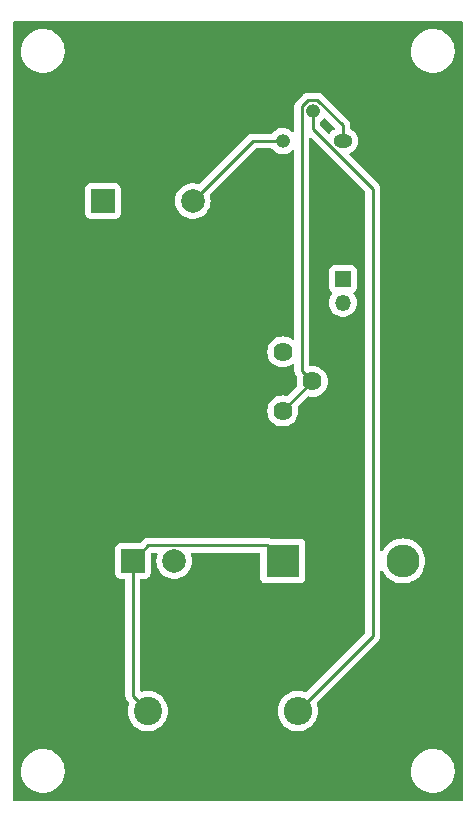
<source format=gbr>
%TF.GenerationSoftware,KiCad,Pcbnew,7.0.7*%
%TF.CreationDate,2024-02-26T23:05:05+05:30*%
%TF.ProjectId,ABC,4142432e-6b69-4636-9164-5f7063625858,v01*%
%TF.SameCoordinates,Original*%
%TF.FileFunction,Copper,L2,Bot*%
%TF.FilePolarity,Positive*%
%FSLAX46Y46*%
G04 Gerber Fmt 4.6, Leading zero omitted, Abs format (unit mm)*
G04 Created by KiCad (PCBNEW 7.0.7) date 2024-02-26 23:05:05*
%MOMM*%
%LPD*%
G01*
G04 APERTURE LIST*
%TA.AperFunction,ComponentPad*%
%ADD10R,1.350000X1.350000*%
%TD*%
%TA.AperFunction,ComponentPad*%
%ADD11O,1.350000X1.350000*%
%TD*%
%TA.AperFunction,ComponentPad*%
%ADD12C,1.620000*%
%TD*%
%TA.AperFunction,ComponentPad*%
%ADD13C,2.400000*%
%TD*%
%TA.AperFunction,ComponentPad*%
%ADD14O,2.400000X2.400000*%
%TD*%
%TA.AperFunction,ComponentPad*%
%ADD15O,1.200000X1.200000*%
%TD*%
%TA.AperFunction,ComponentPad*%
%ADD16O,1.600000X1.200000*%
%TD*%
%TA.AperFunction,ComponentPad*%
%ADD17R,2.800000X2.800000*%
%TD*%
%TA.AperFunction,ComponentPad*%
%ADD18O,2.800000X2.800000*%
%TD*%
%TA.AperFunction,ComponentPad*%
%ADD19R,2.000000X2.000000*%
%TD*%
%TA.AperFunction,ComponentPad*%
%ADD20C,2.000000*%
%TD*%
%TA.AperFunction,Conductor*%
%ADD21C,0.250000*%
%TD*%
G04 APERTURE END LIST*
D10*
%TO.P,TH1,1*%
%TO.N,Net-(BZ1--)*%
X127000000Y-108220000D03*
D11*
%TO.P,TH1,2*%
%TO.N,Net-(D1-A)*%
X127000000Y-110220000D03*
%TD*%
D12*
%TO.P,RV1,1,1*%
%TO.N,Net-(D1-A)*%
X121920000Y-114380000D03*
%TO.P,RV1,2,2*%
%TO.N,Net-(J1-Pin_2)*%
X124420000Y-116880000D03*
%TO.P,RV1,3,3*%
X121920000Y-119380000D03*
%TD*%
D13*
%TO.P,R1,1*%
%TO.N,Net-(D1-K)*%
X110490000Y-144780000D03*
D14*
%TO.P,R1,2*%
%TO.N,Net-(Q1-B)*%
X123190000Y-144780000D03*
%TD*%
D15*
%TO.P,Q1,3,C*%
%TO.N,Net-(BZ1-+)*%
X121920000Y-96520000D03*
%TO.P,Q1,2,B*%
%TO.N,Net-(Q1-B)*%
X124460000Y-93980000D03*
D16*
%TO.P,Q1,1,E*%
%TO.N,Net-(J1-Pin_2)*%
X127000000Y-96520000D03*
%TD*%
D17*
%TO.P,D1,1,K*%
%TO.N,Net-(D1-K)*%
X121920000Y-132080000D03*
D18*
%TO.P,D1,2,A*%
%TO.N,Net-(D1-A)*%
X132080000Y-132080000D03*
%TD*%
D19*
%TO.P,C1,1*%
%TO.N,Net-(D1-K)*%
X109220000Y-132080000D03*
D20*
%TO.P,C1,2*%
%TO.N,Net-(J1-Pin_2)*%
X112720000Y-132080000D03*
%TD*%
D19*
%TO.P,BZ1,1,-*%
%TO.N,Net-(BZ1--)*%
X106700000Y-101600000D03*
D20*
%TO.P,BZ1,2,+*%
%TO.N,Net-(BZ1-+)*%
X114300000Y-101600000D03*
%TD*%
D21*
%TO.N,Net-(J1-Pin_2)*%
X121920000Y-119380000D02*
X124420000Y-116880000D01*
X124076852Y-93055000D02*
X123535000Y-93596852D01*
X124843148Y-93055000D02*
X124076852Y-93055000D01*
X123535000Y-93596852D02*
X123535000Y-115995000D01*
X127000000Y-95211852D02*
X124843148Y-93055000D01*
X123535000Y-115995000D02*
X124420000Y-116880000D01*
X127000000Y-96520000D02*
X127000000Y-95211852D01*
%TO.N,Net-(Q1-B)*%
X124460000Y-95488148D02*
X124460000Y-93980000D01*
X129540000Y-100568148D02*
X124460000Y-95488148D01*
X129540000Y-138430000D02*
X129540000Y-100568148D01*
X123190000Y-144780000D02*
X129540000Y-138430000D01*
%TO.N,Net-(D1-K)*%
X120595000Y-130755000D02*
X121920000Y-132080000D01*
X110545000Y-130755000D02*
X120595000Y-130755000D01*
X109220000Y-132080000D02*
X110545000Y-130755000D01*
X109220000Y-143510000D02*
X110490000Y-144780000D01*
X109220000Y-132080000D02*
X109220000Y-143510000D01*
%TO.N,Net-(BZ1-+)*%
X119380000Y-96520000D02*
X121920000Y-96520000D01*
X114300000Y-101600000D02*
X119380000Y-96520000D01*
%TD*%
%TA.AperFunction,NonConductor*%
G36*
X137102539Y-86380185D02*
G01*
X137148294Y-86432989D01*
X137159500Y-86484500D01*
X137159500Y-152275500D01*
X137139815Y-152342539D01*
X137087011Y-152388294D01*
X137035500Y-152399500D01*
X99184500Y-152399500D01*
X99117461Y-152379815D01*
X99071706Y-152327011D01*
X99060500Y-152275500D01*
X99060500Y-149927763D01*
X99745787Y-149927763D01*
X99775413Y-150197013D01*
X99775415Y-150197024D01*
X99843926Y-150459082D01*
X99843928Y-150459088D01*
X99949870Y-150708390D01*
X100021998Y-150826575D01*
X100090979Y-150939605D01*
X100090986Y-150939615D01*
X100264253Y-151147819D01*
X100264259Y-151147824D01*
X100465998Y-151328582D01*
X100691910Y-151478044D01*
X100937176Y-151593020D01*
X100937183Y-151593022D01*
X100937185Y-151593023D01*
X101196557Y-151671057D01*
X101196564Y-151671058D01*
X101196569Y-151671060D01*
X101464561Y-151710500D01*
X101464566Y-151710500D01*
X101667636Y-151710500D01*
X101719133Y-151706730D01*
X101870156Y-151695677D01*
X101982758Y-151670593D01*
X102134546Y-151636782D01*
X102134548Y-151636781D01*
X102134553Y-151636780D01*
X102387558Y-151540014D01*
X102623777Y-151407441D01*
X102838177Y-151241888D01*
X103026186Y-151046881D01*
X103183799Y-150826579D01*
X103257787Y-150682669D01*
X103307649Y-150585690D01*
X103307651Y-150585684D01*
X103307656Y-150585675D01*
X103395118Y-150329305D01*
X103444319Y-150062933D01*
X103449259Y-149927763D01*
X132765787Y-149927763D01*
X132795413Y-150197013D01*
X132795415Y-150197024D01*
X132863926Y-150459082D01*
X132863928Y-150459088D01*
X132969870Y-150708390D01*
X133041998Y-150826575D01*
X133110979Y-150939605D01*
X133110986Y-150939615D01*
X133284253Y-151147819D01*
X133284259Y-151147824D01*
X133485998Y-151328582D01*
X133711910Y-151478044D01*
X133957176Y-151593020D01*
X133957183Y-151593022D01*
X133957185Y-151593023D01*
X134216557Y-151671057D01*
X134216564Y-151671058D01*
X134216569Y-151671060D01*
X134484561Y-151710500D01*
X134484566Y-151710500D01*
X134687636Y-151710500D01*
X134739133Y-151706730D01*
X134890156Y-151695677D01*
X135002758Y-151670593D01*
X135154546Y-151636782D01*
X135154548Y-151636781D01*
X135154553Y-151636780D01*
X135407558Y-151540014D01*
X135643777Y-151407441D01*
X135858177Y-151241888D01*
X136046186Y-151046881D01*
X136203799Y-150826579D01*
X136277787Y-150682669D01*
X136327649Y-150585690D01*
X136327651Y-150585684D01*
X136327656Y-150585675D01*
X136415118Y-150329305D01*
X136464319Y-150062933D01*
X136474212Y-149792235D01*
X136444586Y-149522982D01*
X136376072Y-149260912D01*
X136270130Y-149011610D01*
X136129018Y-148780390D01*
X136039747Y-148673119D01*
X135955746Y-148572180D01*
X135955740Y-148572175D01*
X135754002Y-148391418D01*
X135528092Y-148241957D01*
X135528090Y-148241956D01*
X135282824Y-148126980D01*
X135282819Y-148126978D01*
X135282814Y-148126976D01*
X135023442Y-148048942D01*
X135023428Y-148048939D01*
X134907791Y-148031921D01*
X134755439Y-148009500D01*
X134552369Y-148009500D01*
X134552364Y-148009500D01*
X134349844Y-148024323D01*
X134349831Y-148024325D01*
X134085453Y-148083217D01*
X134085446Y-148083220D01*
X133832439Y-148179987D01*
X133596226Y-148312557D01*
X133381822Y-148478112D01*
X133193822Y-148673109D01*
X133193816Y-148673116D01*
X133036202Y-148893419D01*
X133036199Y-148893424D01*
X132912350Y-149134309D01*
X132912343Y-149134327D01*
X132824884Y-149390685D01*
X132824881Y-149390699D01*
X132775681Y-149657068D01*
X132775680Y-149657075D01*
X132765787Y-149927763D01*
X103449259Y-149927763D01*
X103454212Y-149792235D01*
X103424586Y-149522982D01*
X103356072Y-149260912D01*
X103250130Y-149011610D01*
X103109018Y-148780390D01*
X103019747Y-148673119D01*
X102935746Y-148572180D01*
X102935740Y-148572175D01*
X102734002Y-148391418D01*
X102508092Y-148241957D01*
X102508090Y-148241956D01*
X102262824Y-148126980D01*
X102262819Y-148126978D01*
X102262814Y-148126976D01*
X102003442Y-148048942D01*
X102003428Y-148048939D01*
X101887791Y-148031921D01*
X101735439Y-148009500D01*
X101532369Y-148009500D01*
X101532364Y-148009500D01*
X101329844Y-148024323D01*
X101329831Y-148024325D01*
X101065453Y-148083217D01*
X101065446Y-148083220D01*
X100812439Y-148179987D01*
X100576226Y-148312557D01*
X100361822Y-148478112D01*
X100173822Y-148673109D01*
X100173816Y-148673116D01*
X100016202Y-148893419D01*
X100016199Y-148893424D01*
X99892350Y-149134309D01*
X99892343Y-149134327D01*
X99804884Y-149390685D01*
X99804881Y-149390699D01*
X99755681Y-149657068D01*
X99755680Y-149657075D01*
X99745787Y-149927763D01*
X99060500Y-149927763D01*
X99060500Y-133127870D01*
X107719500Y-133127870D01*
X107719501Y-133127876D01*
X107725908Y-133187483D01*
X107776202Y-133322328D01*
X107776206Y-133322335D01*
X107862452Y-133437544D01*
X107862455Y-133437547D01*
X107977664Y-133523793D01*
X107977671Y-133523797D01*
X108019961Y-133539570D01*
X108112517Y-133574091D01*
X108172127Y-133580500D01*
X108470500Y-133580499D01*
X108537539Y-133600183D01*
X108583294Y-133652987D01*
X108594500Y-133704499D01*
X108594500Y-143427255D01*
X108592775Y-143442872D01*
X108593061Y-143442899D01*
X108592326Y-143450665D01*
X108594500Y-143519814D01*
X108594500Y-143549343D01*
X108594501Y-143549360D01*
X108595368Y-143556231D01*
X108595826Y-143562050D01*
X108597290Y-143608624D01*
X108597291Y-143608627D01*
X108602880Y-143627867D01*
X108606824Y-143646911D01*
X108609336Y-143666791D01*
X108626490Y-143710119D01*
X108628382Y-143715647D01*
X108641381Y-143760388D01*
X108651580Y-143777634D01*
X108660138Y-143795103D01*
X108667514Y-143813732D01*
X108694898Y-143851423D01*
X108698106Y-143856307D01*
X108721827Y-143896416D01*
X108721833Y-143896424D01*
X108735990Y-143910580D01*
X108748628Y-143925376D01*
X108760405Y-143941586D01*
X108760406Y-143941587D01*
X108796309Y-143971288D01*
X108800620Y-143975210D01*
X108865519Y-144040109D01*
X108871370Y-144045960D01*
X108904855Y-144107283D01*
X108899871Y-144176975D01*
X108899118Y-144178942D01*
X108860491Y-144277362D01*
X108803777Y-144525845D01*
X108784732Y-144779995D01*
X108784732Y-144780004D01*
X108803777Y-145034154D01*
X108803778Y-145034157D01*
X108860492Y-145282637D01*
X108953607Y-145519888D01*
X109081041Y-145740612D01*
X109239950Y-145939877D01*
X109426783Y-146113232D01*
X109637366Y-146256805D01*
X109637371Y-146256807D01*
X109637372Y-146256808D01*
X109637373Y-146256809D01*
X109759328Y-146315538D01*
X109866992Y-146367387D01*
X109866993Y-146367387D01*
X109866996Y-146367389D01*
X110110542Y-146442513D01*
X110362565Y-146480500D01*
X110617435Y-146480500D01*
X110869458Y-146442513D01*
X111113004Y-146367389D01*
X111342634Y-146256805D01*
X111553217Y-146113232D01*
X111740050Y-145939877D01*
X111898959Y-145740612D01*
X112026393Y-145519888D01*
X112119508Y-145282637D01*
X112176222Y-145034157D01*
X112195268Y-144780000D01*
X112176222Y-144525843D01*
X112119508Y-144277363D01*
X112026393Y-144040112D01*
X111898959Y-143819388D01*
X111740050Y-143620123D01*
X111553217Y-143446768D01*
X111342634Y-143303195D01*
X111342630Y-143303193D01*
X111342627Y-143303191D01*
X111342626Y-143303190D01*
X111113006Y-143192612D01*
X111113008Y-143192612D01*
X110869466Y-143117489D01*
X110869462Y-143117488D01*
X110869458Y-143117487D01*
X110748231Y-143099214D01*
X110617440Y-143079500D01*
X110617435Y-143079500D01*
X110362565Y-143079500D01*
X110362559Y-143079500D01*
X110205609Y-143103157D01*
X110110542Y-143117487D01*
X110110538Y-143117488D01*
X110110539Y-143117488D01*
X110110529Y-143117490D01*
X110006049Y-143149718D01*
X109936186Y-143150668D01*
X109876900Y-143113697D01*
X109847013Y-143050541D01*
X109845500Y-143031227D01*
X109845500Y-133704499D01*
X109865185Y-133637460D01*
X109917989Y-133591705D01*
X109969500Y-133580499D01*
X110267871Y-133580499D01*
X110267872Y-133580499D01*
X110327483Y-133574091D01*
X110462331Y-133523796D01*
X110577546Y-133437546D01*
X110663796Y-133322331D01*
X110714091Y-133187483D01*
X110720500Y-133127873D01*
X110720499Y-131515453D01*
X110740184Y-131448415D01*
X110756822Y-131427769D01*
X110767777Y-131416815D01*
X110829101Y-131383333D01*
X110855454Y-131380500D01*
X111198527Y-131380500D01*
X111265566Y-131400185D01*
X111311321Y-131452989D01*
X111321265Y-131522147D01*
X111312083Y-131554307D01*
X111298997Y-131584142D01*
X111295936Y-131591121D01*
X111234892Y-131832175D01*
X111234890Y-131832187D01*
X111214357Y-132079994D01*
X111214357Y-132080005D01*
X111234890Y-132327812D01*
X111234892Y-132327824D01*
X111295936Y-132568881D01*
X111395826Y-132796606D01*
X111531833Y-133004782D01*
X111531836Y-133004785D01*
X111700256Y-133187738D01*
X111896491Y-133340474D01*
X112115190Y-133458828D01*
X112350386Y-133539571D01*
X112595665Y-133580500D01*
X112844335Y-133580500D01*
X113089614Y-133539571D01*
X113324810Y-133458828D01*
X113543509Y-133340474D01*
X113739744Y-133187738D01*
X113908164Y-133004785D01*
X114044173Y-132796607D01*
X114144063Y-132568881D01*
X114205108Y-132327821D01*
X114225643Y-132080000D01*
X114205108Y-131832179D01*
X114144063Y-131591119D01*
X114127916Y-131554309D01*
X114119014Y-131485011D01*
X114148991Y-131421898D01*
X114208330Y-131385011D01*
X114241473Y-131380500D01*
X119895500Y-131380500D01*
X119962539Y-131400185D01*
X120008294Y-131452989D01*
X120019500Y-131504500D01*
X120019500Y-133527870D01*
X120019501Y-133527876D01*
X120025908Y-133587483D01*
X120076202Y-133722328D01*
X120076206Y-133722335D01*
X120162452Y-133837544D01*
X120162455Y-133837547D01*
X120277664Y-133923793D01*
X120277671Y-133923797D01*
X120412517Y-133974091D01*
X120412516Y-133974091D01*
X120419444Y-133974835D01*
X120472127Y-133980500D01*
X123367872Y-133980499D01*
X123427483Y-133974091D01*
X123562331Y-133923796D01*
X123677546Y-133837546D01*
X123763796Y-133722331D01*
X123814091Y-133587483D01*
X123820500Y-133527873D01*
X123820499Y-130632128D01*
X123814091Y-130572517D01*
X123803149Y-130543181D01*
X123763797Y-130437671D01*
X123763793Y-130437664D01*
X123677547Y-130322455D01*
X123677544Y-130322452D01*
X123562335Y-130236206D01*
X123562328Y-130236202D01*
X123427482Y-130185908D01*
X123427483Y-130185908D01*
X123367883Y-130179501D01*
X123367881Y-130179500D01*
X123367873Y-130179500D01*
X123367865Y-130179500D01*
X120877763Y-130179500D01*
X120832117Y-130170793D01*
X120827089Y-130168802D01*
X120807692Y-130163822D01*
X120789281Y-130157518D01*
X120770898Y-130149562D01*
X120770892Y-130149560D01*
X120724874Y-130142272D01*
X120719152Y-130141087D01*
X120674021Y-130129500D01*
X120674019Y-130129500D01*
X120653984Y-130129500D01*
X120634586Y-130127973D01*
X120627162Y-130126797D01*
X120614805Y-130124840D01*
X120614804Y-130124840D01*
X120568416Y-130129225D01*
X120562578Y-130129500D01*
X110627743Y-130129500D01*
X110612122Y-130127775D01*
X110612096Y-130128061D01*
X110604334Y-130127327D01*
X110604333Y-130127327D01*
X110535186Y-130129500D01*
X110505649Y-130129500D01*
X110498766Y-130130369D01*
X110492949Y-130130826D01*
X110446373Y-130132290D01*
X110427129Y-130137881D01*
X110408079Y-130141825D01*
X110388211Y-130144334D01*
X110344884Y-130161488D01*
X110339358Y-130163379D01*
X110294614Y-130176379D01*
X110294610Y-130176381D01*
X110277366Y-130186579D01*
X110259905Y-130195133D01*
X110241274Y-130202510D01*
X110241262Y-130202517D01*
X110203570Y-130229902D01*
X110198687Y-130233109D01*
X110158580Y-130256829D01*
X110144414Y-130270995D01*
X110129624Y-130283627D01*
X110113414Y-130295404D01*
X110113411Y-130295407D01*
X110083710Y-130331309D01*
X110079777Y-130335631D01*
X109872227Y-130543181D01*
X109810904Y-130576666D01*
X109784546Y-130579500D01*
X108172129Y-130579500D01*
X108172123Y-130579501D01*
X108112516Y-130585908D01*
X107977671Y-130636202D01*
X107977664Y-130636206D01*
X107862455Y-130722452D01*
X107862452Y-130722455D01*
X107776206Y-130837664D01*
X107776202Y-130837671D01*
X107725908Y-130972517D01*
X107719501Y-131032116D01*
X107719500Y-131032135D01*
X107719500Y-133127870D01*
X99060500Y-133127870D01*
X99060500Y-102647870D01*
X105199500Y-102647870D01*
X105199501Y-102647876D01*
X105205908Y-102707483D01*
X105256202Y-102842328D01*
X105256206Y-102842335D01*
X105342452Y-102957544D01*
X105342455Y-102957547D01*
X105457664Y-103043793D01*
X105457671Y-103043797D01*
X105592517Y-103094091D01*
X105592516Y-103094091D01*
X105599444Y-103094835D01*
X105652127Y-103100500D01*
X107747872Y-103100499D01*
X107807483Y-103094091D01*
X107942331Y-103043796D01*
X108057546Y-102957546D01*
X108143796Y-102842331D01*
X108194091Y-102707483D01*
X108200500Y-102647873D01*
X108200500Y-101600005D01*
X112794357Y-101600005D01*
X112814890Y-101847812D01*
X112814892Y-101847824D01*
X112875936Y-102088881D01*
X112975826Y-102316606D01*
X113111833Y-102524782D01*
X113111836Y-102524785D01*
X113280256Y-102707738D01*
X113476491Y-102860474D01*
X113695190Y-102978828D01*
X113930386Y-103059571D01*
X114175665Y-103100500D01*
X114424335Y-103100500D01*
X114669614Y-103059571D01*
X114904810Y-102978828D01*
X115123509Y-102860474D01*
X115319744Y-102707738D01*
X115488164Y-102524785D01*
X115624173Y-102316607D01*
X115724063Y-102088881D01*
X115785108Y-101847821D01*
X115805643Y-101600000D01*
X115785108Y-101352179D01*
X115731136Y-101139049D01*
X115733760Y-101069230D01*
X115763658Y-101020930D01*
X119602771Y-97181819D01*
X119664095Y-97148334D01*
X119690453Y-97145500D01*
X120951567Y-97145500D01*
X121018606Y-97165185D01*
X121050521Y-97194773D01*
X121103237Y-97264581D01*
X121253958Y-97401980D01*
X121253960Y-97401982D01*
X121331525Y-97450008D01*
X121427363Y-97509348D01*
X121617544Y-97583024D01*
X121818024Y-97620500D01*
X121818026Y-97620500D01*
X122021974Y-97620500D01*
X122021976Y-97620500D01*
X122222456Y-97583024D01*
X122412637Y-97509348D01*
X122586041Y-97401981D01*
X122701962Y-97296304D01*
X122764766Y-97265688D01*
X122834153Y-97273885D01*
X122888093Y-97318295D01*
X122909461Y-97384817D01*
X122909500Y-97387942D01*
X122909500Y-113234828D01*
X122889815Y-113301867D01*
X122837011Y-113347622D01*
X122767853Y-113357566D01*
X122714376Y-113336403D01*
X122577753Y-113240738D01*
X122369930Y-113143829D01*
X122369927Y-113143828D01*
X122369925Y-113143827D01*
X122148436Y-113084479D01*
X122148429Y-113084478D01*
X121920002Y-113064494D01*
X121919998Y-113064494D01*
X121691570Y-113084478D01*
X121691563Y-113084479D01*
X121470074Y-113143827D01*
X121470070Y-113143829D01*
X121262247Y-113240738D01*
X121074409Y-113372264D01*
X121074407Y-113372265D01*
X121074404Y-113372268D01*
X120912268Y-113534404D01*
X120780738Y-113722247D01*
X120683830Y-113930068D01*
X120683827Y-113930074D01*
X120624479Y-114151563D01*
X120624478Y-114151570D01*
X120604494Y-114379997D01*
X120604494Y-114380002D01*
X120624478Y-114608429D01*
X120624479Y-114608436D01*
X120683827Y-114829925D01*
X120683828Y-114829927D01*
X120683829Y-114829930D01*
X120780738Y-115037753D01*
X120912264Y-115225591D01*
X121074409Y-115387736D01*
X121262247Y-115519262D01*
X121470070Y-115616171D01*
X121691565Y-115675521D01*
X121854732Y-115689796D01*
X121919998Y-115695506D01*
X121920000Y-115695506D01*
X121920002Y-115695506D01*
X121977108Y-115690509D01*
X122148435Y-115675521D01*
X122369930Y-115616171D01*
X122577753Y-115519262D01*
X122714376Y-115423596D01*
X122780582Y-115401269D01*
X122848349Y-115418279D01*
X122896163Y-115469226D01*
X122909500Y-115525171D01*
X122909500Y-115912255D01*
X122907775Y-115927872D01*
X122908061Y-115927899D01*
X122907326Y-115935665D01*
X122909500Y-116004814D01*
X122909500Y-116034343D01*
X122909501Y-116034360D01*
X122910368Y-116041231D01*
X122910826Y-116047050D01*
X122912290Y-116093624D01*
X122912291Y-116093627D01*
X122917880Y-116112867D01*
X122921824Y-116131911D01*
X122924336Y-116151791D01*
X122941490Y-116195119D01*
X122943382Y-116200647D01*
X122956381Y-116245388D01*
X122966580Y-116262634D01*
X122975138Y-116280103D01*
X122982514Y-116298732D01*
X123009898Y-116336423D01*
X123013106Y-116341307D01*
X123036827Y-116381416D01*
X123036833Y-116381424D01*
X123050990Y-116395580D01*
X123063627Y-116410375D01*
X123075406Y-116426587D01*
X123103581Y-116449895D01*
X123142689Y-116507795D01*
X123144316Y-116577532D01*
X123124479Y-116651562D01*
X123124479Y-116651566D01*
X123104494Y-116879997D01*
X123104494Y-116880002D01*
X123124478Y-117108429D01*
X123124481Y-117108443D01*
X123144515Y-117183214D01*
X123142852Y-117253063D01*
X123112421Y-117302987D01*
X122342987Y-118072421D01*
X122281664Y-118105906D01*
X122223214Y-118104515D01*
X122148443Y-118084481D01*
X122148440Y-118084480D01*
X122148435Y-118084479D01*
X122148432Y-118084478D01*
X122148429Y-118084478D01*
X121920002Y-118064494D01*
X121919998Y-118064494D01*
X121691570Y-118084478D01*
X121691563Y-118084479D01*
X121470074Y-118143827D01*
X121470070Y-118143829D01*
X121262247Y-118240738D01*
X121074409Y-118372264D01*
X121074407Y-118372265D01*
X121074404Y-118372268D01*
X120912268Y-118534404D01*
X120780738Y-118722247D01*
X120683830Y-118930068D01*
X120683827Y-118930074D01*
X120624479Y-119151563D01*
X120624478Y-119151570D01*
X120604494Y-119379997D01*
X120604494Y-119380002D01*
X120624478Y-119608429D01*
X120624479Y-119608436D01*
X120683827Y-119829925D01*
X120683828Y-119829927D01*
X120683829Y-119829930D01*
X120780738Y-120037753D01*
X120912264Y-120225591D01*
X121074409Y-120387736D01*
X121262247Y-120519262D01*
X121470070Y-120616171D01*
X121691565Y-120675521D01*
X121854732Y-120689796D01*
X121919998Y-120695506D01*
X121920000Y-120695506D01*
X121920002Y-120695506D01*
X121977108Y-120690509D01*
X122148435Y-120675521D01*
X122369930Y-120616171D01*
X122577753Y-120519262D01*
X122765591Y-120387736D01*
X122927736Y-120225591D01*
X123059262Y-120037753D01*
X123156171Y-119829930D01*
X123215521Y-119608435D01*
X123235506Y-119380000D01*
X123215521Y-119151565D01*
X123195483Y-119076787D01*
X123197146Y-119006937D01*
X123227575Y-118957013D01*
X123997013Y-118187575D01*
X124058334Y-118154092D01*
X124116787Y-118155484D01*
X124191557Y-118175519D01*
X124191558Y-118175519D01*
X124191565Y-118175521D01*
X124385980Y-118192529D01*
X124419998Y-118195506D01*
X124420000Y-118195506D01*
X124420002Y-118195506D01*
X124477108Y-118190509D01*
X124648435Y-118175521D01*
X124869930Y-118116171D01*
X125077753Y-118019262D01*
X125265591Y-117887736D01*
X125427736Y-117725591D01*
X125559262Y-117537753D01*
X125656171Y-117329930D01*
X125715521Y-117108435D01*
X125735506Y-116880000D01*
X125715521Y-116651565D01*
X125656171Y-116430070D01*
X125559262Y-116222247D01*
X125427736Y-116034409D01*
X125265591Y-115872264D01*
X125077753Y-115740738D01*
X124869930Y-115643829D01*
X124869927Y-115643828D01*
X124869925Y-115643827D01*
X124648436Y-115584479D01*
X124648429Y-115584478D01*
X124420002Y-115564494D01*
X124419997Y-115564494D01*
X124295306Y-115575402D01*
X124226806Y-115561635D01*
X124176624Y-115513019D01*
X124160500Y-115451874D01*
X124160500Y-110220000D01*
X125819464Y-110220000D01*
X125839564Y-110436918D01*
X125839564Y-110436920D01*
X125839565Y-110436923D01*
X125899183Y-110646459D01*
X125996288Y-110841472D01*
X126127573Y-111015322D01*
X126288568Y-111162088D01*
X126288575Y-111162092D01*
X126288576Y-111162093D01*
X126473786Y-111276770D01*
X126473792Y-111276773D01*
X126496664Y-111285633D01*
X126676931Y-111355470D01*
X126891074Y-111395500D01*
X126891076Y-111395500D01*
X127108924Y-111395500D01*
X127108926Y-111395500D01*
X127323069Y-111355470D01*
X127526210Y-111276772D01*
X127711432Y-111162088D01*
X127872427Y-111015322D01*
X128003712Y-110841472D01*
X128100817Y-110646459D01*
X128160435Y-110436923D01*
X128180536Y-110220000D01*
X128160435Y-110003077D01*
X128100817Y-109793541D01*
X128003712Y-109598528D01*
X127922251Y-109490656D01*
X127897560Y-109425297D01*
X127912125Y-109356962D01*
X127946895Y-109316665D01*
X127994545Y-109280993D01*
X128032546Y-109252546D01*
X128118796Y-109137331D01*
X128169091Y-109002483D01*
X128175500Y-108942873D01*
X128175499Y-107497128D01*
X128169091Y-107437517D01*
X128118796Y-107302669D01*
X128118795Y-107302668D01*
X128118793Y-107302664D01*
X128032547Y-107187455D01*
X128032544Y-107187452D01*
X127917335Y-107101206D01*
X127917328Y-107101202D01*
X127782482Y-107050908D01*
X127782483Y-107050908D01*
X127722883Y-107044501D01*
X127722881Y-107044500D01*
X127722873Y-107044500D01*
X127722864Y-107044500D01*
X126277129Y-107044500D01*
X126277123Y-107044501D01*
X126217516Y-107050908D01*
X126082671Y-107101202D01*
X126082664Y-107101206D01*
X125967455Y-107187452D01*
X125967452Y-107187455D01*
X125881206Y-107302664D01*
X125881202Y-107302671D01*
X125830908Y-107437517D01*
X125824501Y-107497116D01*
X125824501Y-107497123D01*
X125824500Y-107497135D01*
X125824500Y-108942870D01*
X125824501Y-108942876D01*
X125830908Y-109002483D01*
X125881202Y-109137328D01*
X125881206Y-109137335D01*
X125950358Y-109229709D01*
X125967454Y-109252546D01*
X126053105Y-109316664D01*
X126094975Y-109372597D01*
X126099959Y-109442289D01*
X126077748Y-109490656D01*
X125996288Y-109598528D01*
X125899184Y-109793537D01*
X125839564Y-110003081D01*
X125819464Y-110219999D01*
X125819464Y-110220000D01*
X124160500Y-110220000D01*
X124160500Y-96372600D01*
X124180185Y-96305561D01*
X124232989Y-96259806D01*
X124302147Y-96249862D01*
X124365703Y-96278887D01*
X124372180Y-96284918D01*
X128878181Y-100790920D01*
X128911665Y-100852241D01*
X128914499Y-100878599D01*
X128914499Y-138119546D01*
X128894814Y-138186585D01*
X128878180Y-138207227D01*
X123926819Y-143158588D01*
X123865496Y-143192073D01*
X123802588Y-143189398D01*
X123569466Y-143117489D01*
X123569462Y-143117488D01*
X123569458Y-143117487D01*
X123448231Y-143099214D01*
X123317440Y-143079500D01*
X123317435Y-143079500D01*
X123062565Y-143079500D01*
X123062559Y-143079500D01*
X122905609Y-143103157D01*
X122810542Y-143117487D01*
X122810538Y-143117488D01*
X122810539Y-143117488D01*
X122810533Y-143117489D01*
X122566992Y-143192612D01*
X122337373Y-143303190D01*
X122337372Y-143303191D01*
X122126782Y-143446768D01*
X121939952Y-143620121D01*
X121939950Y-143620123D01*
X121781041Y-143819388D01*
X121653608Y-144040109D01*
X121560492Y-144277362D01*
X121560490Y-144277369D01*
X121503777Y-144525845D01*
X121484732Y-144779995D01*
X121484732Y-144780004D01*
X121503777Y-145034154D01*
X121503778Y-145034157D01*
X121560492Y-145282637D01*
X121653607Y-145519888D01*
X121781041Y-145740612D01*
X121939950Y-145939877D01*
X122126783Y-146113232D01*
X122337366Y-146256805D01*
X122337371Y-146256807D01*
X122337372Y-146256808D01*
X122337373Y-146256809D01*
X122459328Y-146315538D01*
X122566992Y-146367387D01*
X122566993Y-146367387D01*
X122566996Y-146367389D01*
X122810542Y-146442513D01*
X123062565Y-146480500D01*
X123317435Y-146480500D01*
X123569458Y-146442513D01*
X123813004Y-146367389D01*
X124042634Y-146256805D01*
X124253217Y-146113232D01*
X124440050Y-145939877D01*
X124598959Y-145740612D01*
X124726393Y-145519888D01*
X124819508Y-145282637D01*
X124876222Y-145034157D01*
X124895268Y-144780000D01*
X124876222Y-144525843D01*
X124819508Y-144277363D01*
X124780880Y-144178943D01*
X124774712Y-144109348D01*
X124807149Y-144047464D01*
X124808566Y-144046023D01*
X129923788Y-138930801D01*
X129936042Y-138920986D01*
X129935859Y-138920764D01*
X129941866Y-138915792D01*
X129941877Y-138915786D01*
X129972775Y-138882882D01*
X129989227Y-138865364D01*
X129999671Y-138854918D01*
X130010120Y-138844471D01*
X130014379Y-138838978D01*
X130018152Y-138834561D01*
X130050062Y-138800582D01*
X130059713Y-138783024D01*
X130070396Y-138766761D01*
X130082673Y-138750936D01*
X130101185Y-138708153D01*
X130103738Y-138702941D01*
X130126197Y-138662092D01*
X130131180Y-138642680D01*
X130137481Y-138624280D01*
X130145437Y-138605896D01*
X130152729Y-138559852D01*
X130153906Y-138554171D01*
X130165500Y-138509019D01*
X130165500Y-138488982D01*
X130167027Y-138469582D01*
X130170160Y-138449804D01*
X130165775Y-138403415D01*
X130165500Y-138397577D01*
X130165500Y-133025263D01*
X130185185Y-132958224D01*
X130237989Y-132912469D01*
X130307147Y-132902525D01*
X130370703Y-132931550D01*
X130398332Y-132965837D01*
X130477106Y-133110102D01*
X130477110Y-133110108D01*
X130477113Y-133110113D01*
X130640029Y-133327742D01*
X130640033Y-133327746D01*
X130640038Y-133327752D01*
X130832247Y-133519961D01*
X130832253Y-133519966D01*
X130832258Y-133519971D01*
X131049887Y-133682887D01*
X131049891Y-133682889D01*
X131049892Y-133682890D01*
X131288481Y-133813169D01*
X131288480Y-133813169D01*
X131288484Y-133813170D01*
X131288487Y-133813172D01*
X131543199Y-133908175D01*
X131808840Y-133965961D01*
X132060604Y-133983967D01*
X132079999Y-133985355D01*
X132080000Y-133985355D01*
X132080001Y-133985355D01*
X132098100Y-133984060D01*
X132351160Y-133965961D01*
X132616801Y-133908175D01*
X132871513Y-133813172D01*
X132871517Y-133813169D01*
X132871519Y-133813169D01*
X133070533Y-133704499D01*
X133110113Y-133682887D01*
X133327742Y-133519971D01*
X133519971Y-133327742D01*
X133682887Y-133110113D01*
X133765824Y-132958224D01*
X133813169Y-132871519D01*
X133813169Y-132871517D01*
X133813172Y-132871513D01*
X133908175Y-132616801D01*
X133965961Y-132351160D01*
X133985355Y-132080000D01*
X133965961Y-131808840D01*
X133908175Y-131543199D01*
X133813172Y-131288487D01*
X133813170Y-131288484D01*
X133813169Y-131288480D01*
X133682890Y-131049892D01*
X133682889Y-131049891D01*
X133682887Y-131049887D01*
X133519971Y-130832258D01*
X133519966Y-130832253D01*
X133519961Y-130832247D01*
X133327752Y-130640038D01*
X133327746Y-130640033D01*
X133327742Y-130640029D01*
X133110113Y-130477113D01*
X133110108Y-130477110D01*
X133110107Y-130477109D01*
X132871518Y-130346830D01*
X132871519Y-130346830D01*
X132821920Y-130328330D01*
X132616801Y-130251825D01*
X132616794Y-130251823D01*
X132616793Y-130251823D01*
X132351167Y-130194040D01*
X132351160Y-130194039D01*
X132080001Y-130174645D01*
X132079999Y-130174645D01*
X131808839Y-130194039D01*
X131808832Y-130194040D01*
X131543206Y-130251823D01*
X131543202Y-130251824D01*
X131543199Y-130251825D01*
X131473306Y-130277894D01*
X131288480Y-130346830D01*
X131049892Y-130477109D01*
X131049891Y-130477110D01*
X130832259Y-130640028D01*
X130832247Y-130640038D01*
X130640038Y-130832247D01*
X130640028Y-130832259D01*
X130477110Y-131049891D01*
X130477109Y-131049892D01*
X130398332Y-131194163D01*
X130348927Y-131243568D01*
X130280654Y-131258420D01*
X130215190Y-131234003D01*
X130173318Y-131178070D01*
X130165500Y-131134736D01*
X130165500Y-100650890D01*
X130167224Y-100635270D01*
X130166939Y-100635244D01*
X130167671Y-100627488D01*
X130167673Y-100627481D01*
X130165500Y-100558333D01*
X130165500Y-100528798D01*
X130164631Y-100521920D01*
X130164172Y-100516091D01*
X130162709Y-100469520D01*
X130157122Y-100450292D01*
X130153174Y-100431232D01*
X130150663Y-100411352D01*
X130133512Y-100368035D01*
X130131619Y-100362506D01*
X130118618Y-100317757D01*
X130118616Y-100317754D01*
X130108423Y-100300519D01*
X130099861Y-100283042D01*
X130092487Y-100264418D01*
X130092486Y-100264416D01*
X130065079Y-100226693D01*
X130061888Y-100221834D01*
X130038172Y-100181731D01*
X130038165Y-100181722D01*
X130024006Y-100167563D01*
X130011368Y-100152767D01*
X130002404Y-100140429D01*
X129999594Y-100136561D01*
X129963688Y-100106857D01*
X129959376Y-100102934D01*
X127593633Y-97737191D01*
X127560148Y-97675868D01*
X127565132Y-97606176D01*
X127607004Y-97550243D01*
X127624485Y-97539299D01*
X127797682Y-97450011D01*
X127962886Y-97320092D01*
X128100519Y-97161256D01*
X128205604Y-96979244D01*
X128274344Y-96780633D01*
X128304254Y-96572602D01*
X128294254Y-96362670D01*
X128244704Y-96158424D01*
X128199941Y-96060407D01*
X128157401Y-95967256D01*
X128157398Y-95967251D01*
X128157397Y-95967250D01*
X128157396Y-95967247D01*
X128035486Y-95796048D01*
X128035484Y-95796046D01*
X128035479Y-95796040D01*
X127883379Y-95651014D01*
X127706572Y-95537386D01*
X127706566Y-95537383D01*
X127703408Y-95536119D01*
X127702065Y-95535063D01*
X127701324Y-95534681D01*
X127701397Y-95534537D01*
X127648488Y-95492926D01*
X127625639Y-95426898D01*
X127625500Y-95421045D01*
X127625500Y-95294587D01*
X127627224Y-95278975D01*
X127626938Y-95278948D01*
X127627672Y-95271185D01*
X127625500Y-95202054D01*
X127625500Y-95172503D01*
X127625500Y-95172502D01*
X127624629Y-95165611D01*
X127624172Y-95159797D01*
X127622709Y-95113226D01*
X127622709Y-95113224D01*
X127617120Y-95093989D01*
X127613174Y-95074936D01*
X127610664Y-95055060D01*
X127593501Y-95011711D01*
X127591614Y-95006198D01*
X127578617Y-94961462D01*
X127578616Y-94961460D01*
X127568421Y-94944221D01*
X127559860Y-94926745D01*
X127552486Y-94908121D01*
X127552486Y-94908119D01*
X127536888Y-94886651D01*
X127525083Y-94870402D01*
X127521900Y-94865557D01*
X127498170Y-94825431D01*
X127498165Y-94825425D01*
X127484005Y-94811265D01*
X127471370Y-94796472D01*
X127459593Y-94780264D01*
X127423693Y-94750565D01*
X127419381Y-94746642D01*
X125343951Y-92671212D01*
X125334128Y-92658950D01*
X125333907Y-92659134D01*
X125328934Y-92653123D01*
X125310307Y-92635631D01*
X125278512Y-92605773D01*
X125268067Y-92595328D01*
X125257623Y-92584883D01*
X125252134Y-92580625D01*
X125247709Y-92576847D01*
X125213730Y-92544938D01*
X125213728Y-92544936D01*
X125213725Y-92544935D01*
X125196177Y-92535288D01*
X125179911Y-92524604D01*
X125164081Y-92512325D01*
X125121316Y-92493818D01*
X125116070Y-92491248D01*
X125075241Y-92468803D01*
X125075240Y-92468802D01*
X125055841Y-92463822D01*
X125037429Y-92457518D01*
X125019046Y-92449562D01*
X125019040Y-92449560D01*
X124973022Y-92442272D01*
X124967300Y-92441087D01*
X124922169Y-92429500D01*
X124922167Y-92429500D01*
X124902132Y-92429500D01*
X124882734Y-92427973D01*
X124875310Y-92426797D01*
X124862953Y-92424840D01*
X124862952Y-92424840D01*
X124816564Y-92429225D01*
X124810726Y-92429500D01*
X124159589Y-92429500D01*
X124143972Y-92427776D01*
X124143945Y-92428062D01*
X124136183Y-92427327D01*
X124067055Y-92429500D01*
X124037502Y-92429500D01*
X124036781Y-92429590D01*
X124030609Y-92430369D01*
X124024797Y-92430826D01*
X123978224Y-92432290D01*
X123978221Y-92432291D01*
X123958978Y-92437881D01*
X123939935Y-92441825D01*
X123920056Y-92444336D01*
X123920055Y-92444337D01*
X123876730Y-92461490D01*
X123871204Y-92463382D01*
X123826460Y-92476383D01*
X123826456Y-92476385D01*
X123809217Y-92486580D01*
X123791750Y-92495137D01*
X123773121Y-92502512D01*
X123773119Y-92502513D01*
X123735416Y-92529906D01*
X123730534Y-92533112D01*
X123690432Y-92556828D01*
X123676260Y-92571000D01*
X123661475Y-92583628D01*
X123645264Y-92595407D01*
X123615561Y-92631310D01*
X123611629Y-92635631D01*
X123151208Y-93096051D01*
X123138951Y-93105872D01*
X123139134Y-93106093D01*
X123133123Y-93111065D01*
X123085772Y-93161488D01*
X123064889Y-93182371D01*
X123064877Y-93182384D01*
X123060621Y-93187869D01*
X123056837Y-93192299D01*
X123024937Y-93226270D01*
X123024936Y-93226272D01*
X123015284Y-93243828D01*
X123004610Y-93260078D01*
X122992329Y-93275913D01*
X122992324Y-93275920D01*
X122973815Y-93318690D01*
X122971245Y-93323936D01*
X122948803Y-93364758D01*
X122943822Y-93384159D01*
X122937521Y-93402562D01*
X122929562Y-93420954D01*
X122929561Y-93420957D01*
X122922271Y-93466979D01*
X122921087Y-93472698D01*
X122909501Y-93517824D01*
X122909500Y-93517834D01*
X122909500Y-93537868D01*
X122907973Y-93557268D01*
X122904839Y-93577046D01*
X122909224Y-93623432D01*
X122909499Y-93629269D01*
X122909499Y-95652057D01*
X122889814Y-95719096D01*
X122837010Y-95764851D01*
X122767852Y-95774795D01*
X122704296Y-95745770D01*
X122701961Y-95743694D01*
X122586041Y-95638019D01*
X122586039Y-95638017D01*
X122412642Y-95530655D01*
X122412635Y-95530651D01*
X122315254Y-95492926D01*
X122222456Y-95456976D01*
X122021976Y-95419500D01*
X121818024Y-95419500D01*
X121617544Y-95456976D01*
X121617541Y-95456976D01*
X121617541Y-95456977D01*
X121427364Y-95530651D01*
X121427357Y-95530655D01*
X121253960Y-95638017D01*
X121253958Y-95638019D01*
X121103237Y-95775418D01*
X121050521Y-95845227D01*
X120994412Y-95886863D01*
X120951567Y-95894500D01*
X119462743Y-95894500D01*
X119447122Y-95892775D01*
X119447096Y-95893061D01*
X119439334Y-95892327D01*
X119439333Y-95892327D01*
X119370186Y-95894500D01*
X119340649Y-95894500D01*
X119333766Y-95895369D01*
X119327949Y-95895826D01*
X119281373Y-95897290D01*
X119262129Y-95902881D01*
X119243079Y-95906825D01*
X119223211Y-95909334D01*
X119179884Y-95926488D01*
X119174358Y-95928379D01*
X119129614Y-95941379D01*
X119129610Y-95941381D01*
X119112366Y-95951579D01*
X119094905Y-95960133D01*
X119076274Y-95967510D01*
X119076262Y-95967517D01*
X119038570Y-95994902D01*
X119033687Y-95998109D01*
X118993580Y-96021829D01*
X118979414Y-96035995D01*
X118964624Y-96048627D01*
X118948414Y-96060404D01*
X118948411Y-96060407D01*
X118918710Y-96096309D01*
X118914777Y-96100631D01*
X114877228Y-100138179D01*
X114815905Y-100171664D01*
X114749284Y-100167779D01*
X114669616Y-100140429D01*
X114424335Y-100099500D01*
X114175665Y-100099500D01*
X113930383Y-100140429D01*
X113695197Y-100221169D01*
X113695188Y-100221172D01*
X113476493Y-100339524D01*
X113280257Y-100492261D01*
X113111833Y-100675217D01*
X112975826Y-100883393D01*
X112875936Y-101111118D01*
X112814892Y-101352175D01*
X112814890Y-101352187D01*
X112794357Y-101599994D01*
X112794357Y-101600005D01*
X108200500Y-101600005D01*
X108200499Y-100552128D01*
X108194091Y-100492517D01*
X108174844Y-100440914D01*
X108143797Y-100357671D01*
X108143793Y-100357664D01*
X108057547Y-100242455D01*
X108057544Y-100242452D01*
X107942335Y-100156206D01*
X107942328Y-100156202D01*
X107807482Y-100105908D01*
X107807483Y-100105908D01*
X107747883Y-100099501D01*
X107747881Y-100099500D01*
X107747873Y-100099500D01*
X107747864Y-100099500D01*
X105652129Y-100099500D01*
X105652123Y-100099501D01*
X105592516Y-100105908D01*
X105457671Y-100156202D01*
X105457664Y-100156206D01*
X105342455Y-100242452D01*
X105342452Y-100242455D01*
X105256206Y-100357664D01*
X105256202Y-100357671D01*
X105205908Y-100492517D01*
X105199501Y-100552116D01*
X105199501Y-100552123D01*
X105199500Y-100552135D01*
X105199500Y-102647870D01*
X99060500Y-102647870D01*
X99060500Y-88967763D01*
X99745787Y-88967763D01*
X99775413Y-89237013D01*
X99775415Y-89237024D01*
X99843926Y-89499082D01*
X99843928Y-89499088D01*
X99949870Y-89748390D01*
X100021998Y-89866575D01*
X100090979Y-89979605D01*
X100090986Y-89979615D01*
X100264253Y-90187819D01*
X100264259Y-90187824D01*
X100465998Y-90368582D01*
X100691910Y-90518044D01*
X100937176Y-90633020D01*
X100937183Y-90633022D01*
X100937185Y-90633023D01*
X101196557Y-90711057D01*
X101196564Y-90711058D01*
X101196569Y-90711060D01*
X101464561Y-90750500D01*
X101464566Y-90750500D01*
X101667636Y-90750500D01*
X101719133Y-90746730D01*
X101870156Y-90735677D01*
X101982758Y-90710593D01*
X102134546Y-90676782D01*
X102134548Y-90676781D01*
X102134553Y-90676780D01*
X102387558Y-90580014D01*
X102623777Y-90447441D01*
X102838177Y-90281888D01*
X103026186Y-90086881D01*
X103183799Y-89866579D01*
X103257787Y-89722669D01*
X103307649Y-89625690D01*
X103307651Y-89625684D01*
X103307656Y-89625675D01*
X103395118Y-89369305D01*
X103444319Y-89102933D01*
X103449259Y-88967763D01*
X132765787Y-88967763D01*
X132795413Y-89237013D01*
X132795415Y-89237024D01*
X132863926Y-89499082D01*
X132863928Y-89499088D01*
X132969870Y-89748390D01*
X133041998Y-89866575D01*
X133110979Y-89979605D01*
X133110986Y-89979615D01*
X133284253Y-90187819D01*
X133284259Y-90187824D01*
X133485998Y-90368582D01*
X133711910Y-90518044D01*
X133957176Y-90633020D01*
X133957183Y-90633022D01*
X133957185Y-90633023D01*
X134216557Y-90711057D01*
X134216564Y-90711058D01*
X134216569Y-90711060D01*
X134484561Y-90750500D01*
X134484566Y-90750500D01*
X134687636Y-90750500D01*
X134739133Y-90746730D01*
X134890156Y-90735677D01*
X135002758Y-90710593D01*
X135154546Y-90676782D01*
X135154548Y-90676781D01*
X135154553Y-90676780D01*
X135407558Y-90580014D01*
X135643777Y-90447441D01*
X135858177Y-90281888D01*
X136046186Y-90086881D01*
X136203799Y-89866579D01*
X136277787Y-89722669D01*
X136327649Y-89625690D01*
X136327651Y-89625684D01*
X136327656Y-89625675D01*
X136415118Y-89369305D01*
X136464319Y-89102933D01*
X136474212Y-88832235D01*
X136444586Y-88562982D01*
X136376072Y-88300912D01*
X136270130Y-88051610D01*
X136129018Y-87820390D01*
X136039747Y-87713119D01*
X135955746Y-87612180D01*
X135955740Y-87612175D01*
X135754002Y-87431418D01*
X135528092Y-87281957D01*
X135528090Y-87281956D01*
X135282824Y-87166980D01*
X135282819Y-87166978D01*
X135282814Y-87166976D01*
X135023442Y-87088942D01*
X135023428Y-87088939D01*
X134907791Y-87071921D01*
X134755439Y-87049500D01*
X134552369Y-87049500D01*
X134552364Y-87049500D01*
X134349844Y-87064323D01*
X134349831Y-87064325D01*
X134085453Y-87123217D01*
X134085446Y-87123220D01*
X133832439Y-87219987D01*
X133596226Y-87352557D01*
X133381822Y-87518112D01*
X133193822Y-87713109D01*
X133193816Y-87713116D01*
X133036202Y-87933419D01*
X133036199Y-87933424D01*
X132912350Y-88174309D01*
X132912343Y-88174327D01*
X132824884Y-88430685D01*
X132824881Y-88430699D01*
X132775681Y-88697068D01*
X132775680Y-88697075D01*
X132765787Y-88967763D01*
X103449259Y-88967763D01*
X103454212Y-88832235D01*
X103424586Y-88562982D01*
X103356072Y-88300912D01*
X103250130Y-88051610D01*
X103109018Y-87820390D01*
X103019747Y-87713119D01*
X102935746Y-87612180D01*
X102935740Y-87612175D01*
X102734002Y-87431418D01*
X102508092Y-87281957D01*
X102508090Y-87281956D01*
X102262824Y-87166980D01*
X102262819Y-87166978D01*
X102262814Y-87166976D01*
X102003442Y-87088942D01*
X102003428Y-87088939D01*
X101887791Y-87071921D01*
X101735439Y-87049500D01*
X101532369Y-87049500D01*
X101532364Y-87049500D01*
X101329844Y-87064323D01*
X101329831Y-87064325D01*
X101065453Y-87123217D01*
X101065446Y-87123220D01*
X100812439Y-87219987D01*
X100576226Y-87352557D01*
X100361822Y-87518112D01*
X100173822Y-87713109D01*
X100173816Y-87713116D01*
X100016202Y-87933419D01*
X100016199Y-87933424D01*
X99892350Y-88174309D01*
X99892343Y-88174327D01*
X99804884Y-88430685D01*
X99804881Y-88430699D01*
X99755681Y-88697068D01*
X99755680Y-88697075D01*
X99745787Y-88967763D01*
X99060500Y-88967763D01*
X99060500Y-86484500D01*
X99080185Y-86417461D01*
X99132989Y-86371706D01*
X99184500Y-86360500D01*
X137035500Y-86360500D01*
X137102539Y-86380185D01*
G37*
%TD.AperFunction*%
%TA.AperFunction,NonConductor*%
G36*
X125528703Y-94625146D02*
G01*
X126274399Y-95370841D01*
X126307884Y-95432164D01*
X126302900Y-95501855D01*
X126261028Y-95557789D01*
X126243540Y-95568737D01*
X126202314Y-95589991D01*
X126037116Y-95719905D01*
X126037111Y-95719910D01*
X125910425Y-95866112D01*
X125851647Y-95903885D01*
X125781777Y-95903885D01*
X125729032Y-95872589D01*
X125121819Y-95265375D01*
X125088334Y-95204052D01*
X125085500Y-95177694D01*
X125085500Y-94953690D01*
X125105185Y-94886651D01*
X125125962Y-94862053D01*
X125276763Y-94724580D01*
X125276763Y-94724579D01*
X125276764Y-94724579D01*
X125342070Y-94638099D01*
X125398175Y-94596465D01*
X125467887Y-94591772D01*
X125528703Y-94625146D01*
G37*
%TD.AperFunction*%
M02*

</source>
